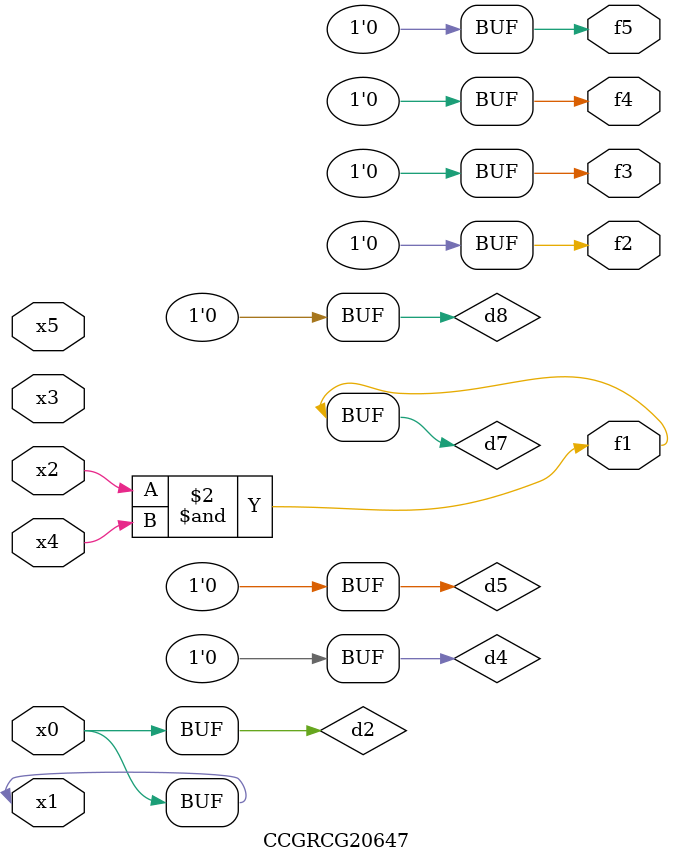
<source format=v>
module CCGRCG20647(
	input x0, x1, x2, x3, x4, x5,
	output f1, f2, f3, f4, f5
);

	wire d1, d2, d3, d4, d5, d6, d7, d8, d9;

	nand (d1, x1);
	buf (d2, x0, x1);
	nand (d3, x2, x4);
	and (d4, d1, d2);
	and (d5, d1, d2);
	nand (d6, d1, d3);
	not (d7, d3);
	xor (d8, d5);
	nor (d9, d5, d6);
	assign f1 = d7;
	assign f2 = d8;
	assign f3 = d8;
	assign f4 = d8;
	assign f5 = d8;
endmodule

</source>
